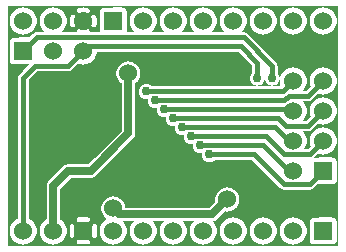
<source format=gbr>
G04 start of page 3 for group 1 idx 1 *
G04 Title: (unknown), Signal (back) *
G04 Creator: pcb 20110918 *
G04 CreationDate: Sun Sep  1 23:50:23 2013 UTC *
G04 For: mokus *
G04 Format: Gerber/RS-274X *
G04 PCB-Dimensions: 110000 80000 *
G04 PCB-Coordinate-Origin: lower left *
%MOIN*%
%FSLAX25Y25*%
%LNBOTTOM*%
%ADD133C,0.0380*%
%ADD132C,0.0350*%
%ADD131C,0.0300*%
%ADD130C,0.0600*%
%ADD129C,0.0150*%
%ADD128C,0.0001*%
%ADD127C,0.0250*%
G54D127*X40000Y37500D02*Y57500D01*
Y37500D02*X27500Y25000D01*
X20000D01*
X15000Y20000D01*
Y5000D02*Y20000D01*
G54D128*G36*
X104993Y80000D02*X110000D01*
Y0D01*
X104993D01*
Y507D01*
X108235Y514D01*
X108465Y569D01*
X108683Y659D01*
X108884Y783D01*
X109064Y936D01*
X109217Y1116D01*
X109341Y1317D01*
X109431Y1535D01*
X109486Y1765D01*
X109500Y2000D01*
X109486Y8235D01*
X109431Y8465D01*
X109341Y8683D01*
X109217Y8884D01*
X109064Y9064D01*
X108884Y9217D01*
X108683Y9341D01*
X108465Y9431D01*
X108235Y9486D01*
X108000Y9500D01*
X104993Y9493D01*
Y20507D01*
X108235Y20514D01*
X108465Y20569D01*
X108683Y20659D01*
X108884Y20783D01*
X109064Y20936D01*
X109217Y21116D01*
X109341Y21317D01*
X109431Y21535D01*
X109486Y21765D01*
X109500Y22000D01*
X109486Y28235D01*
X109431Y28465D01*
X109341Y28683D01*
X109217Y28884D01*
X109064Y29064D01*
X108884Y29217D01*
X108683Y29341D01*
X108465Y29431D01*
X108235Y29486D01*
X108000Y29500D01*
X104993Y29493D01*
Y30487D01*
X105000Y30486D01*
X105706Y30542D01*
X106395Y30707D01*
X107049Y30978D01*
X107653Y31348D01*
X108192Y31808D01*
X108652Y32347D01*
X109022Y32951D01*
X109293Y33605D01*
X109458Y34294D01*
X109500Y35000D01*
X109458Y35706D01*
X109293Y36395D01*
X109022Y37049D01*
X108652Y37653D01*
X108192Y38192D01*
X107653Y38652D01*
X107049Y39022D01*
X106395Y39293D01*
X105706Y39458D01*
X105000Y39514D01*
X104993Y39513D01*
Y40487D01*
X105000Y40486D01*
X105706Y40542D01*
X106395Y40707D01*
X107049Y40978D01*
X107653Y41348D01*
X108192Y41808D01*
X108652Y42347D01*
X109022Y42951D01*
X109293Y43605D01*
X109458Y44294D01*
X109500Y45000D01*
X109458Y45706D01*
X109293Y46395D01*
X109022Y47049D01*
X108652Y47653D01*
X108192Y48192D01*
X107653Y48652D01*
X107049Y49022D01*
X106395Y49293D01*
X105706Y49458D01*
X105000Y49514D01*
X104993Y49513D01*
Y50487D01*
X105000Y50486D01*
X105706Y50542D01*
X106395Y50707D01*
X107049Y50978D01*
X107653Y51348D01*
X108192Y51808D01*
X108652Y52347D01*
X109022Y52951D01*
X109293Y53605D01*
X109458Y54294D01*
X109500Y55000D01*
X109458Y55706D01*
X109293Y56395D01*
X109022Y57049D01*
X108652Y57653D01*
X108192Y58192D01*
X107653Y58652D01*
X107049Y59022D01*
X106395Y59293D01*
X105706Y59458D01*
X105000Y59514D01*
X104993Y59513D01*
Y70487D01*
X105000Y70486D01*
X105706Y70542D01*
X106395Y70707D01*
X107049Y70978D01*
X107653Y71348D01*
X108192Y71808D01*
X108652Y72347D01*
X109022Y72951D01*
X109293Y73605D01*
X109458Y74294D01*
X109500Y75000D01*
X109458Y75706D01*
X109293Y76395D01*
X109022Y77049D01*
X108652Y77653D01*
X108192Y78192D01*
X107653Y78652D01*
X107049Y79022D01*
X106395Y79293D01*
X105706Y79458D01*
X105000Y79514D01*
X104993Y79513D01*
Y80000D01*
G37*
G36*
Y49513D02*X104294Y49458D01*
X103605Y49293D01*
X102951Y49022D01*
X102347Y48652D01*
X101808Y48192D01*
X101348Y47653D01*
X100978Y47049D01*
X100707Y46395D01*
X100542Y45706D01*
X100486Y45000D01*
X100542Y44294D01*
X100707Y43605D01*
X100831Y43306D01*
X99275Y41750D01*
X98124D01*
X98192Y41808D01*
X98652Y42347D01*
X99022Y42951D01*
X99293Y43605D01*
X99458Y44294D01*
X99500Y45000D01*
X99458Y45706D01*
X99293Y46395D01*
X99022Y47049D01*
X98652Y47653D01*
X98192Y48192D01*
X98124Y48250D01*
X99931D01*
X100000Y48245D01*
X100274Y48266D01*
X100275Y48266D01*
X100542Y48331D01*
X100797Y48436D01*
X101032Y48580D01*
X101241Y48759D01*
X101286Y48811D01*
X103306Y50831D01*
X103605Y50707D01*
X104294Y50542D01*
X104993Y50487D01*
Y49513D01*
G37*
G36*
Y39513D02*X104294Y39458D01*
X103605Y39293D01*
X102951Y39022D01*
X102347Y38652D01*
X101808Y38192D01*
X101348Y37653D01*
X100978Y37049D01*
X100707Y36395D01*
X100542Y35706D01*
X100486Y35000D01*
X100542Y34294D01*
X100707Y33605D01*
X100831Y33306D01*
X99775Y32250D01*
X98569D01*
X98652Y32347D01*
X99022Y32951D01*
X99293Y33605D01*
X99458Y34294D01*
X99500Y35000D01*
X99458Y35706D01*
X99293Y36395D01*
X99022Y37049D01*
X98652Y37653D01*
X98192Y38192D01*
X98124Y38250D01*
X99931D01*
X100000Y38245D01*
X100274Y38266D01*
X100275Y38266D01*
X100542Y38331D01*
X100797Y38436D01*
X101032Y38580D01*
X101241Y38759D01*
X101286Y38811D01*
X103306Y40831D01*
X103605Y40707D01*
X104294Y40542D01*
X104993Y40487D01*
Y39513D01*
G37*
G36*
Y29493D02*X101961Y29487D01*
X103306Y30831D01*
X103605Y30707D01*
X104294Y30542D01*
X104993Y30487D01*
Y29493D01*
G37*
G36*
Y0D02*X94993D01*
Y487D01*
X95000Y486D01*
X95706Y542D01*
X96395Y707D01*
X97049Y978D01*
X97653Y1348D01*
X98192Y1808D01*
X98652Y2347D01*
X99022Y2951D01*
X99293Y3605D01*
X99458Y4294D01*
X99500Y5000D01*
X99458Y5706D01*
X99293Y6395D01*
X99022Y7049D01*
X98652Y7653D01*
X98192Y8192D01*
X97653Y8652D01*
X97049Y9022D01*
X96395Y9293D01*
X95706Y9458D01*
X95000Y9514D01*
X94993Y9513D01*
Y18750D01*
X100431D01*
X100500Y18745D01*
X100774Y18766D01*
X100775Y18766D01*
X101042Y18831D01*
X101297Y18936D01*
X101532Y19080D01*
X101741Y19259D01*
X101786Y19311D01*
X102977Y20502D01*
X104993Y20507D01*
Y9493D01*
X101765Y9486D01*
X101535Y9431D01*
X101317Y9341D01*
X101116Y9217D01*
X100936Y9064D01*
X100783Y8884D01*
X100659Y8683D01*
X100569Y8465D01*
X100514Y8235D01*
X100500Y8000D01*
X100514Y1765D01*
X100569Y1535D01*
X100659Y1317D01*
X100783Y1116D01*
X100936Y936D01*
X101116Y783D01*
X101317Y659D01*
X101535Y569D01*
X101765Y514D01*
X102000Y500D01*
X104993Y507D01*
Y0D01*
G37*
G36*
X94993Y80000D02*X104993D01*
Y79513D01*
X104294Y79458D01*
X103605Y79293D01*
X102951Y79022D01*
X102347Y78652D01*
X101808Y78192D01*
X101348Y77653D01*
X100978Y77049D01*
X100707Y76395D01*
X100542Y75706D01*
X100486Y75000D01*
X100542Y74294D01*
X100707Y73605D01*
X100978Y72951D01*
X101348Y72347D01*
X101808Y71808D01*
X102347Y71348D01*
X102951Y70978D01*
X103605Y70707D01*
X104294Y70542D01*
X104993Y70487D01*
Y59513D01*
X104294Y59458D01*
X103605Y59293D01*
X102951Y59022D01*
X102347Y58652D01*
X101808Y58192D01*
X101348Y57653D01*
X100978Y57049D01*
X100707Y56395D01*
X100542Y55706D01*
X100486Y55000D01*
X100542Y54294D01*
X100707Y53605D01*
X100831Y53306D01*
X99275Y51750D01*
X98124D01*
X98192Y51808D01*
X98652Y52347D01*
X99022Y52951D01*
X99293Y53605D01*
X99458Y54294D01*
X99500Y55000D01*
X99458Y55706D01*
X99293Y56395D01*
X99022Y57049D01*
X98652Y57653D01*
X98192Y58192D01*
X97653Y58652D01*
X97049Y59022D01*
X96395Y59293D01*
X95706Y59458D01*
X95000Y59514D01*
X94993Y59513D01*
Y70487D01*
X95000Y70486D01*
X95706Y70542D01*
X96395Y70707D01*
X97049Y70978D01*
X97653Y71348D01*
X98192Y71808D01*
X98652Y72347D01*
X99022Y72951D01*
X99293Y73605D01*
X99458Y74294D01*
X99500Y75000D01*
X99458Y75706D01*
X99293Y76395D01*
X99022Y77049D01*
X98652Y77653D01*
X98192Y78192D01*
X97653Y78652D01*
X97049Y79022D01*
X96395Y79293D01*
X95706Y79458D01*
X95000Y79514D01*
X94993Y79513D01*
Y80000D01*
G37*
G36*
Y0D02*X84993D01*
Y487D01*
X85000Y486D01*
X85706Y542D01*
X86395Y707D01*
X87049Y978D01*
X87653Y1348D01*
X88192Y1808D01*
X88652Y2347D01*
X89022Y2951D01*
X89293Y3605D01*
X89458Y4294D01*
X89500Y5000D01*
X89458Y5706D01*
X89293Y6395D01*
X89022Y7049D01*
X88652Y7653D01*
X88192Y8192D01*
X87653Y8652D01*
X87049Y9022D01*
X86395Y9293D01*
X85706Y9458D01*
X85000Y9514D01*
X84993Y9513D01*
Y25032D01*
X90714Y19311D01*
X90759Y19259D01*
X90968Y19080D01*
X90968Y19080D01*
X91203Y18936D01*
X91458Y18831D01*
X91725Y18766D01*
X92000Y18745D01*
X92069Y18750D01*
X94993D01*
Y9513D01*
X94294Y9458D01*
X93605Y9293D01*
X92951Y9022D01*
X92347Y8652D01*
X91808Y8192D01*
X91348Y7653D01*
X90978Y7049D01*
X90707Y6395D01*
X90542Y5706D01*
X90486Y5000D01*
X90542Y4294D01*
X90707Y3605D01*
X90978Y2951D01*
X91348Y2347D01*
X91808Y1808D01*
X92347Y1348D01*
X92951Y978D01*
X93605Y707D01*
X94294Y542D01*
X94993Y487D01*
Y0D01*
G37*
G36*
X84993Y80000D02*X94993D01*
Y79513D01*
X94294Y79458D01*
X93605Y79293D01*
X92951Y79022D01*
X92347Y78652D01*
X91808Y78192D01*
X91348Y77653D01*
X90978Y77049D01*
X90707Y76395D01*
X90542Y75706D01*
X90486Y75000D01*
X90542Y74294D01*
X90707Y73605D01*
X90978Y72951D01*
X91348Y72347D01*
X91808Y71808D01*
X92347Y71348D01*
X92951Y70978D01*
X93605Y70707D01*
X94294Y70542D01*
X94993Y70487D01*
Y59513D01*
X94294Y59458D01*
X93605Y59293D01*
X92951Y59022D01*
X92347Y58652D01*
X91808Y58192D01*
X91348Y57653D01*
X90978Y57049D01*
X90707Y56395D01*
X90542Y55706D01*
X90486Y55000D01*
X90542Y54294D01*
X90707Y53605D01*
X90831Y53306D01*
X90775Y53250D01*
X84993D01*
Y54484D01*
X85029Y54526D01*
X85234Y54862D01*
X85385Y55225D01*
X85477Y55608D01*
X85497Y55944D01*
X85523Y55608D01*
X85615Y55225D01*
X85766Y54862D01*
X85971Y54526D01*
X86227Y54227D01*
X86526Y53971D01*
X86862Y53766D01*
X87225Y53615D01*
X87608Y53523D01*
X88000Y53492D01*
X88392Y53523D01*
X88775Y53615D01*
X89138Y53766D01*
X89474Y53971D01*
X89773Y54227D01*
X90029Y54526D01*
X90234Y54862D01*
X90385Y55225D01*
X90477Y55608D01*
X90500Y56000D01*
X90477Y56392D01*
X90385Y56775D01*
X90234Y57138D01*
X90029Y57474D01*
X89773Y57773D01*
X89750Y57793D01*
Y59931D01*
X89755Y60000D01*
X89734Y60274D01*
X89734Y60275D01*
X89669Y60542D01*
X89564Y60797D01*
X89420Y61032D01*
X89241Y61241D01*
X89189Y61286D01*
X84993Y65482D01*
Y70487D01*
X85000Y70486D01*
X85706Y70542D01*
X86395Y70707D01*
X87049Y70978D01*
X87653Y71348D01*
X88192Y71808D01*
X88652Y72347D01*
X89022Y72951D01*
X89293Y73605D01*
X89458Y74294D01*
X89500Y75000D01*
X89458Y75706D01*
X89293Y76395D01*
X89022Y77049D01*
X88652Y77653D01*
X88192Y78192D01*
X87653Y78652D01*
X87049Y79022D01*
X86395Y79293D01*
X85706Y79458D01*
X85000Y79514D01*
X84993Y79513D01*
Y80000D01*
G37*
G36*
Y53250D02*X47793D01*
X47773Y53273D01*
X47474Y53529D01*
X47138Y53734D01*
X46775Y53885D01*
X46392Y53977D01*
X46000Y54008D01*
X45608Y53977D01*
X45493Y53949D01*
Y64750D01*
X76775D01*
X81250Y60275D01*
Y57793D01*
X81227Y57773D01*
X80971Y57474D01*
X80766Y57138D01*
X80615Y56775D01*
X80523Y56392D01*
X80492Y56000D01*
X80523Y55608D01*
X80615Y55225D01*
X80766Y54862D01*
X80971Y54526D01*
X81227Y54227D01*
X81526Y53971D01*
X81862Y53766D01*
X82225Y53615D01*
X82608Y53523D01*
X83000Y53492D01*
X83392Y53523D01*
X83775Y53615D01*
X84138Y53766D01*
X84474Y53971D01*
X84773Y54227D01*
X84993Y54484D01*
Y53250D01*
G37*
G36*
Y0D02*X74993D01*
Y487D01*
X75000Y486D01*
X75706Y542D01*
X76395Y707D01*
X77049Y978D01*
X77653Y1348D01*
X78192Y1808D01*
X78652Y2347D01*
X79022Y2951D01*
X79293Y3605D01*
X79458Y4294D01*
X79500Y5000D01*
X79458Y5706D01*
X79293Y6395D01*
X79022Y7049D01*
X78652Y7653D01*
X78192Y8192D01*
X77653Y8652D01*
X77049Y9022D01*
X76395Y9293D01*
X75706Y9458D01*
X75000Y9514D01*
X74993Y9513D01*
Y12030D01*
X75358Y12254D01*
X75837Y12663D01*
X76246Y13142D01*
X76575Y13678D01*
X76816Y14260D01*
X76963Y14872D01*
X77000Y15500D01*
X76963Y16128D01*
X76816Y16740D01*
X76575Y17322D01*
X76246Y17858D01*
X75837Y18337D01*
X75358Y18746D01*
X74993Y18970D01*
Y28750D01*
X81275D01*
X84993Y25032D01*
Y9513D01*
X84294Y9458D01*
X83605Y9293D01*
X82951Y9022D01*
X82347Y8652D01*
X81808Y8192D01*
X81348Y7653D01*
X80978Y7049D01*
X80707Y6395D01*
X80542Y5706D01*
X80486Y5000D01*
X80542Y4294D01*
X80707Y3605D01*
X80978Y2951D01*
X81348Y2347D01*
X81808Y1808D01*
X82347Y1348D01*
X82951Y978D01*
X83605Y707D01*
X84294Y542D01*
X84993Y487D01*
Y0D01*
G37*
G36*
X74993Y18970D02*X74822Y19075D01*
X74240Y19316D01*
X73628Y19463D01*
X73000Y19512D01*
X72372Y19463D01*
X71760Y19316D01*
X71178Y19075D01*
X70642Y18746D01*
X70163Y18337D01*
X69754Y17858D01*
X69425Y17322D01*
X69184Y16740D01*
X69037Y16128D01*
X68988Y15500D01*
X69037Y14872D01*
X69067Y14749D01*
X67068Y12750D01*
X45493D01*
Y49051D01*
X45608Y49023D01*
X46000Y48992D01*
X46392Y49023D01*
X46565Y49065D01*
X46523Y48892D01*
X46492Y48500D01*
X46523Y48108D01*
X46615Y47725D01*
X46766Y47362D01*
X46971Y47026D01*
X47227Y46727D01*
X47526Y46471D01*
X47862Y46266D01*
X48225Y46115D01*
X48608Y46023D01*
X49000Y45992D01*
X49392Y46023D01*
X49565Y46065D01*
X49523Y45892D01*
X49492Y45500D01*
X49523Y45108D01*
X49615Y44725D01*
X49766Y44362D01*
X49971Y44026D01*
X50227Y43727D01*
X50526Y43471D01*
X50862Y43266D01*
X51225Y43115D01*
X51608Y43023D01*
X52000Y42992D01*
X52392Y43023D01*
X52565Y43065D01*
X52523Y42892D01*
X52492Y42500D01*
X52523Y42108D01*
X52615Y41725D01*
X52766Y41362D01*
X52971Y41026D01*
X53227Y40727D01*
X53526Y40471D01*
X53862Y40266D01*
X54225Y40115D01*
X54608Y40023D01*
X55000Y39992D01*
X55392Y40023D01*
X55565Y40065D01*
X55523Y39892D01*
X55492Y39500D01*
X55523Y39108D01*
X55615Y38725D01*
X55766Y38362D01*
X55971Y38026D01*
X56227Y37727D01*
X56526Y37471D01*
X56862Y37266D01*
X57225Y37115D01*
X57608Y37023D01*
X58000Y36992D01*
X58392Y37023D01*
X58565Y37065D01*
X58523Y36892D01*
X58492Y36500D01*
X58523Y36108D01*
X58615Y35725D01*
X58766Y35362D01*
X58971Y35026D01*
X59227Y34727D01*
X59526Y34471D01*
X59862Y34266D01*
X60225Y34115D01*
X60608Y34023D01*
X61000Y33992D01*
X61392Y34023D01*
X61565Y34065D01*
X61523Y33892D01*
X61492Y33500D01*
X61523Y33108D01*
X61615Y32725D01*
X61766Y32362D01*
X61971Y32026D01*
X62227Y31727D01*
X62526Y31471D01*
X62862Y31266D01*
X63225Y31115D01*
X63608Y31023D01*
X64000Y30992D01*
X64392Y31023D01*
X64565Y31065D01*
X64523Y30892D01*
X64492Y30500D01*
X64523Y30108D01*
X64615Y29725D01*
X64766Y29362D01*
X64971Y29026D01*
X65227Y28727D01*
X65526Y28471D01*
X65862Y28266D01*
X66225Y28115D01*
X66608Y28023D01*
X67000Y27992D01*
X67392Y28023D01*
X67775Y28115D01*
X68138Y28266D01*
X68474Y28471D01*
X68773Y28727D01*
X68793Y28750D01*
X74993D01*
Y18970D01*
G37*
G36*
Y0D02*X45493D01*
Y525D01*
X45706Y542D01*
X46395Y707D01*
X47049Y978D01*
X47653Y1348D01*
X48192Y1808D01*
X48652Y2347D01*
X49022Y2951D01*
X49293Y3605D01*
X49458Y4294D01*
X49500Y5000D01*
X49458Y5706D01*
X49293Y6395D01*
X49022Y7049D01*
X48652Y7653D01*
X48192Y8192D01*
X48124Y8250D01*
X51876D01*
X51808Y8192D01*
X51348Y7653D01*
X50978Y7049D01*
X50707Y6395D01*
X50542Y5706D01*
X50486Y5000D01*
X50542Y4294D01*
X50707Y3605D01*
X50978Y2951D01*
X51348Y2347D01*
X51808Y1808D01*
X52347Y1348D01*
X52951Y978D01*
X53605Y707D01*
X54294Y542D01*
X55000Y486D01*
X55706Y542D01*
X56395Y707D01*
X57049Y978D01*
X57653Y1348D01*
X58192Y1808D01*
X58652Y2347D01*
X59022Y2951D01*
X59293Y3605D01*
X59458Y4294D01*
X59500Y5000D01*
X59458Y5706D01*
X59293Y6395D01*
X59022Y7049D01*
X58652Y7653D01*
X58192Y8192D01*
X58124Y8250D01*
X61876D01*
X61808Y8192D01*
X61348Y7653D01*
X60978Y7049D01*
X60707Y6395D01*
X60542Y5706D01*
X60486Y5000D01*
X60542Y4294D01*
X60707Y3605D01*
X60978Y2951D01*
X61348Y2347D01*
X61808Y1808D01*
X62347Y1348D01*
X62951Y978D01*
X63605Y707D01*
X64294Y542D01*
X65000Y486D01*
X65706Y542D01*
X66395Y707D01*
X67049Y978D01*
X67653Y1348D01*
X68192Y1808D01*
X68652Y2347D01*
X69022Y2951D01*
X69293Y3605D01*
X69458Y4294D01*
X69500Y5000D01*
X69458Y5706D01*
X69293Y6395D01*
X69022Y7049D01*
X68652Y7653D01*
X68192Y8192D01*
X68121Y8253D01*
X68353Y8271D01*
X68353Y8271D01*
X68697Y8354D01*
X69025Y8489D01*
X69327Y8674D01*
X69596Y8904D01*
X69653Y8971D01*
X72249Y11567D01*
X72372Y11537D01*
X73000Y11488D01*
X73628Y11537D01*
X74240Y11684D01*
X74822Y11925D01*
X74993Y12030D01*
Y9513D01*
X74294Y9458D01*
X73605Y9293D01*
X72951Y9022D01*
X72347Y8652D01*
X71808Y8192D01*
X71348Y7653D01*
X70978Y7049D01*
X70707Y6395D01*
X70542Y5706D01*
X70486Y5000D01*
X70542Y4294D01*
X70707Y3605D01*
X70978Y2951D01*
X71348Y2347D01*
X71808Y1808D01*
X72347Y1348D01*
X72951Y978D01*
X73605Y707D01*
X74294Y542D01*
X74993Y487D01*
Y0D01*
G37*
G36*
X45493Y80000D02*X84993D01*
Y79513D01*
X84294Y79458D01*
X83605Y79293D01*
X82951Y79022D01*
X82347Y78652D01*
X81808Y78192D01*
X81348Y77653D01*
X80978Y77049D01*
X80707Y76395D01*
X80542Y75706D01*
X80486Y75000D01*
X80542Y74294D01*
X80707Y73605D01*
X80978Y72951D01*
X81348Y72347D01*
X81808Y71808D01*
X82347Y71348D01*
X82951Y70978D01*
X83605Y70707D01*
X84294Y70542D01*
X84993Y70487D01*
Y65482D01*
X79786Y70689D01*
X79741Y70741D01*
X79532Y70920D01*
X79297Y71064D01*
X79042Y71169D01*
X78775Y71234D01*
X78774Y71234D01*
X78500Y71255D01*
X78431Y71250D01*
X77493D01*
X77653Y71348D01*
X78192Y71808D01*
X78652Y72347D01*
X79022Y72951D01*
X79293Y73605D01*
X79458Y74294D01*
X79500Y75000D01*
X79458Y75706D01*
X79293Y76395D01*
X79022Y77049D01*
X78652Y77653D01*
X78192Y78192D01*
X77653Y78652D01*
X77049Y79022D01*
X76395Y79293D01*
X75706Y79458D01*
X75000Y79514D01*
X74294Y79458D01*
X73605Y79293D01*
X72951Y79022D01*
X72347Y78652D01*
X71808Y78192D01*
X71348Y77653D01*
X70978Y77049D01*
X70707Y76395D01*
X70542Y75706D01*
X70486Y75000D01*
X70542Y74294D01*
X70707Y73605D01*
X70978Y72951D01*
X71348Y72347D01*
X71808Y71808D01*
X72347Y71348D01*
X72507Y71250D01*
X67493D01*
X67653Y71348D01*
X68192Y71808D01*
X68652Y72347D01*
X69022Y72951D01*
X69293Y73605D01*
X69458Y74294D01*
X69500Y75000D01*
X69458Y75706D01*
X69293Y76395D01*
X69022Y77049D01*
X68652Y77653D01*
X68192Y78192D01*
X67653Y78652D01*
X67049Y79022D01*
X66395Y79293D01*
X65706Y79458D01*
X65000Y79514D01*
X64294Y79458D01*
X63605Y79293D01*
X62951Y79022D01*
X62347Y78652D01*
X61808Y78192D01*
X61348Y77653D01*
X60978Y77049D01*
X60707Y76395D01*
X60542Y75706D01*
X60486Y75000D01*
X60542Y74294D01*
X60707Y73605D01*
X60978Y72951D01*
X61348Y72347D01*
X61808Y71808D01*
X62347Y71348D01*
X62507Y71250D01*
X57493D01*
X57653Y71348D01*
X58192Y71808D01*
X58652Y72347D01*
X59022Y72951D01*
X59293Y73605D01*
X59458Y74294D01*
X59500Y75000D01*
X59458Y75706D01*
X59293Y76395D01*
X59022Y77049D01*
X58652Y77653D01*
X58192Y78192D01*
X57653Y78652D01*
X57049Y79022D01*
X56395Y79293D01*
X55706Y79458D01*
X55000Y79514D01*
X54294Y79458D01*
X53605Y79293D01*
X52951Y79022D01*
X52347Y78652D01*
X51808Y78192D01*
X51348Y77653D01*
X50978Y77049D01*
X50707Y76395D01*
X50542Y75706D01*
X50486Y75000D01*
X50542Y74294D01*
X50707Y73605D01*
X50978Y72951D01*
X51348Y72347D01*
X51808Y71808D01*
X52347Y71348D01*
X52507Y71250D01*
X47493D01*
X47653Y71348D01*
X48192Y71808D01*
X48652Y72347D01*
X49022Y72951D01*
X49293Y73605D01*
X49458Y74294D01*
X49500Y75000D01*
X49458Y75706D01*
X49293Y76395D01*
X49022Y77049D01*
X48652Y77653D01*
X48192Y78192D01*
X47653Y78652D01*
X47049Y79022D01*
X46395Y79293D01*
X45706Y79458D01*
X45493Y79475D01*
Y80000D01*
G37*
G36*
X28750Y62507D02*X29022Y62951D01*
X29293Y63605D01*
X29458Y64294D01*
X29485Y64750D01*
X43000D01*
X43000Y64750D01*
X45493D01*
Y53949D01*
X45225Y53885D01*
X44862Y53734D01*
X44526Y53529D01*
X44227Y53273D01*
X43971Y52974D01*
X43766Y52638D01*
X43615Y52275D01*
X43523Y51892D01*
X43492Y51500D01*
X43523Y51108D01*
X43615Y50725D01*
X43766Y50362D01*
X43971Y50026D01*
X44227Y49727D01*
X44526Y49471D01*
X44862Y49266D01*
X45225Y49115D01*
X45493Y49051D01*
Y12750D01*
X38985D01*
X38963Y13128D01*
X38816Y13740D01*
X38575Y14322D01*
X38246Y14858D01*
X37837Y15337D01*
X37358Y15746D01*
X36822Y16075D01*
X36240Y16316D01*
X35628Y16463D01*
X35000Y16512D01*
X34372Y16463D01*
X33760Y16316D01*
X33178Y16075D01*
X32642Y15746D01*
X32163Y15337D01*
X31754Y14858D01*
X31425Y14322D01*
X31184Y13740D01*
X31037Y13128D01*
X30988Y12500D01*
X31037Y11872D01*
X31184Y11260D01*
X31425Y10678D01*
X31754Y10142D01*
X32163Y9663D01*
X32642Y9254D01*
X32992Y9039D01*
X32951Y9022D01*
X32347Y8652D01*
X31808Y8192D01*
X31348Y7653D01*
X30978Y7049D01*
X30707Y6395D01*
X30542Y5706D01*
X30486Y5000D01*
X30542Y4294D01*
X30707Y3605D01*
X30978Y2951D01*
X31348Y2347D01*
X31808Y1808D01*
X32347Y1348D01*
X32951Y978D01*
X33605Y707D01*
X34294Y542D01*
X35000Y486D01*
X35706Y542D01*
X36395Y707D01*
X37049Y978D01*
X37653Y1348D01*
X38192Y1808D01*
X38652Y2347D01*
X39022Y2951D01*
X39293Y3605D01*
X39458Y4294D01*
X39500Y5000D01*
X39458Y5706D01*
X39293Y6395D01*
X39022Y7049D01*
X38652Y7653D01*
X38192Y8192D01*
X38124Y8250D01*
X41876D01*
X41808Y8192D01*
X41348Y7653D01*
X40978Y7049D01*
X40707Y6395D01*
X40542Y5706D01*
X40486Y5000D01*
X40542Y4294D01*
X40707Y3605D01*
X40978Y2951D01*
X41348Y2347D01*
X41808Y1808D01*
X42347Y1348D01*
X42951Y978D01*
X43605Y707D01*
X44294Y542D01*
X45000Y486D01*
X45493Y525D01*
Y0D01*
X28750D01*
Y2748D01*
X28868Y2757D01*
X28982Y2785D01*
X29092Y2830D01*
X29192Y2891D01*
X29282Y2968D01*
X29359Y3058D01*
X29420Y3158D01*
X29465Y3268D01*
X29493Y3382D01*
X29500Y3500D01*
Y6500D01*
X29493Y6618D01*
X29465Y6732D01*
X29420Y6842D01*
X29359Y6942D01*
X29282Y7032D01*
X29192Y7109D01*
X29092Y7170D01*
X28982Y7215D01*
X28868Y7243D01*
X28750Y7252D01*
Y23127D01*
X28827Y23174D01*
X29096Y23404D01*
X29153Y23471D01*
X41529Y35847D01*
X41596Y35904D01*
X41826Y36173D01*
X41826Y36173D01*
X42011Y36475D01*
X42146Y36803D01*
X42229Y37147D01*
X42257Y37500D01*
X42250Y37588D01*
Y54188D01*
X42358Y54254D01*
X42837Y54663D01*
X43246Y55142D01*
X43575Y55678D01*
X43816Y56260D01*
X43963Y56872D01*
X44000Y57500D01*
X43963Y58128D01*
X43816Y58740D01*
X43575Y59322D01*
X43246Y59858D01*
X42837Y60337D01*
X42358Y60746D01*
X41822Y61075D01*
X41240Y61316D01*
X40628Y61463D01*
X40000Y61512D01*
X39372Y61463D01*
X38760Y61316D01*
X38178Y61075D01*
X37642Y60746D01*
X37163Y60337D01*
X36754Y59858D01*
X36425Y59322D01*
X36184Y58740D01*
X36037Y58128D01*
X35988Y57500D01*
X36037Y56872D01*
X36184Y56260D01*
X36425Y55678D01*
X36754Y55142D01*
X37163Y54663D01*
X37642Y54254D01*
X37750Y54188D01*
Y38432D01*
X28750Y29432D01*
Y62507D01*
G37*
G36*
Y0D02*X27243D01*
Y1132D01*
X27252Y1250D01*
X27243Y1368D01*
Y8632D01*
X27252Y8750D01*
X27243Y8868D01*
Y22750D01*
X27412D01*
X27500Y22743D01*
X27853Y22771D01*
X27853Y22771D01*
X28197Y22854D01*
X28525Y22989D01*
X28750Y23127D01*
Y7252D01*
X28632Y7243D01*
X28518Y7215D01*
X28408Y7170D01*
X28308Y7109D01*
X28218Y7032D01*
X28141Y6942D01*
X28080Y6842D01*
X28035Y6732D01*
X28007Y6618D01*
X28000Y6500D01*
Y3500D01*
X28007Y3382D01*
X28035Y3268D01*
X28080Y3158D01*
X28141Y3058D01*
X28218Y2968D01*
X28308Y2891D01*
X28408Y2830D01*
X28518Y2785D01*
X28632Y2757D01*
X28750Y2748D01*
Y0D01*
G37*
G36*
X27243Y61097D02*X27653Y61348D01*
X28192Y61808D01*
X28652Y62347D01*
X28750Y62507D01*
Y29432D01*
X27243Y27925D01*
Y61097D01*
G37*
G36*
X28613Y80000D02*X45493D01*
Y79475D01*
X45000Y79514D01*
X44294Y79458D01*
X43605Y79293D01*
X42951Y79022D01*
X42347Y78652D01*
X41808Y78192D01*
X41348Y77653D01*
X40978Y77049D01*
X40707Y76395D01*
X40542Y75706D01*
X40486Y75000D01*
X40542Y74294D01*
X40707Y73605D01*
X40978Y72951D01*
X41348Y72347D01*
X41808Y71808D01*
X42347Y71348D01*
X42507Y71250D01*
X39300D01*
X39341Y71317D01*
X39431Y71535D01*
X39486Y71765D01*
X39500Y72000D01*
X39486Y78235D01*
X39431Y78465D01*
X39341Y78683D01*
X39217Y78884D01*
X39064Y79064D01*
X38884Y79217D01*
X38683Y79341D01*
X38465Y79431D01*
X38235Y79486D01*
X38000Y79500D01*
X31765Y79486D01*
X31535Y79431D01*
X31317Y79341D01*
X31116Y79217D01*
X30936Y79064D01*
X30783Y78884D01*
X30659Y78683D01*
X30569Y78465D01*
X30514Y78235D01*
X30500Y78000D01*
X30514Y71765D01*
X30569Y71535D01*
X30659Y71317D01*
X30700Y71250D01*
X28613D01*
Y72853D01*
X28656Y72860D01*
X28768Y72897D01*
X28873Y72952D01*
X28968Y73022D01*
X29051Y73106D01*
X29119Y73202D01*
X29170Y73308D01*
X29318Y73716D01*
X29422Y74137D01*
X29484Y74567D01*
X29505Y75000D01*
X29484Y75433D01*
X29422Y75863D01*
X29318Y76284D01*
X29175Y76694D01*
X29122Y76800D01*
X29053Y76896D01*
X28970Y76981D01*
X28875Y77051D01*
X28769Y77106D01*
X28657Y77143D01*
X28613Y77151D01*
Y80000D01*
G37*
G36*
X27243D02*X28613D01*
Y77151D01*
X28540Y77163D01*
X28421Y77164D01*
X28304Y77146D01*
X28191Y77110D01*
X28085Y77057D01*
X27988Y76988D01*
X27904Y76905D01*
X27833Y76809D01*
X27779Y76704D01*
X27741Y76592D01*
X27722Y76475D01*
X27721Y76356D01*
X27739Y76239D01*
X27777Y76126D01*
X27876Y75855D01*
X27944Y75575D01*
X27986Y75289D01*
X28000Y75000D01*
X27986Y74711D01*
X27944Y74425D01*
X27876Y74145D01*
X27780Y73872D01*
X27742Y73761D01*
X27725Y73644D01*
X27725Y73526D01*
X27745Y73409D01*
X27782Y73297D01*
X27836Y73193D01*
X27906Y73098D01*
X27991Y73015D01*
X28087Y72946D01*
X28192Y72893D01*
X28305Y72857D01*
X28421Y72840D01*
X28539Y72841D01*
X28613Y72853D01*
Y71250D01*
X27243D01*
Y80000D01*
G37*
G36*
X21250Y22750D02*X27243D01*
Y8868D01*
X27243Y8868D01*
X27215Y8982D01*
X27170Y9092D01*
X27109Y9192D01*
X27032Y9282D01*
X26942Y9359D01*
X26842Y9420D01*
X26732Y9465D01*
X26618Y9493D01*
X26500Y9500D01*
X23500D01*
X23382Y9493D01*
X23268Y9465D01*
X23158Y9420D01*
X23058Y9359D01*
X22968Y9282D01*
X22891Y9192D01*
X22830Y9092D01*
X22785Y8982D01*
X22757Y8868D01*
X22748Y8750D01*
X22757Y8632D01*
X22785Y8518D01*
X22830Y8408D01*
X22891Y8308D01*
X22968Y8218D01*
X23058Y8141D01*
X23158Y8080D01*
X23268Y8035D01*
X23382Y8007D01*
X23500Y8000D01*
X26500D01*
X26618Y8007D01*
X26732Y8035D01*
X26842Y8080D01*
X26942Y8141D01*
X27032Y8218D01*
X27109Y8308D01*
X27170Y8408D01*
X27215Y8518D01*
X27243Y8632D01*
X27243Y8632D01*
Y1368D01*
X27243Y1368D01*
X27215Y1482D01*
X27170Y1592D01*
X27109Y1692D01*
X27032Y1782D01*
X26942Y1859D01*
X26842Y1920D01*
X26732Y1965D01*
X26618Y1993D01*
X26500Y2000D01*
X23500D01*
X23382Y1993D01*
X23268Y1965D01*
X23158Y1920D01*
X23058Y1859D01*
X22968Y1782D01*
X22891Y1692D01*
X22830Y1592D01*
X22785Y1482D01*
X22757Y1368D01*
X22748Y1250D01*
X22757Y1132D01*
X22785Y1018D01*
X22830Y908D01*
X22891Y808D01*
X22968Y718D01*
X23058Y641D01*
X23158Y580D01*
X23268Y535D01*
X23382Y507D01*
X23500Y500D01*
X26500D01*
X26618Y507D01*
X26732Y535D01*
X26842Y580D01*
X26942Y641D01*
X27032Y718D01*
X27109Y808D01*
X27170Y908D01*
X27215Y1018D01*
X27243Y1132D01*
X27243Y1132D01*
Y0D01*
X21250D01*
Y2748D01*
X21368Y2757D01*
X21482Y2785D01*
X21592Y2830D01*
X21692Y2891D01*
X21782Y2968D01*
X21859Y3058D01*
X21920Y3158D01*
X21965Y3268D01*
X21993Y3382D01*
X22000Y3500D01*
Y6500D01*
X21993Y6618D01*
X21965Y6732D01*
X21920Y6842D01*
X21859Y6942D01*
X21782Y7032D01*
X21692Y7109D01*
X21592Y7170D01*
X21482Y7215D01*
X21368Y7243D01*
X21250Y7252D01*
Y22750D01*
G37*
G36*
Y58769D02*X21286Y58811D01*
X23306Y60831D01*
X23605Y60707D01*
X24294Y60542D01*
X25000Y60486D01*
X25706Y60542D01*
X26395Y60707D01*
X27049Y60978D01*
X27243Y61097D01*
Y27925D01*
X26568Y27250D01*
X21250D01*
Y58769D01*
G37*
G36*
X24998Y80000D02*X27243D01*
Y71250D01*
X27112D01*
X27143Y71343D01*
X27163Y71460D01*
X27164Y71579D01*
X27146Y71696D01*
X27110Y71809D01*
X27057Y71915D01*
X26988Y72012D01*
X26905Y72096D01*
X26809Y72167D01*
X26704Y72221D01*
X26592Y72259D01*
X26475Y72278D01*
X26356Y72279D01*
X26239Y72261D01*
X26126Y72223D01*
X25855Y72124D01*
X25575Y72056D01*
X25289Y72014D01*
X25000Y72000D01*
X24998Y72000D01*
Y78000D01*
X25000Y78000D01*
X25289Y77986D01*
X25575Y77944D01*
X25855Y77876D01*
X26128Y77780D01*
X26239Y77742D01*
X26356Y77725D01*
X26474Y77725D01*
X26591Y77745D01*
X26703Y77782D01*
X26807Y77836D01*
X26902Y77906D01*
X26985Y77991D01*
X27054Y78087D01*
X27107Y78192D01*
X27143Y78305D01*
X27160Y78421D01*
X27159Y78539D01*
X27140Y78656D01*
X27103Y78768D01*
X27048Y78873D01*
X26978Y78968D01*
X26894Y79051D01*
X26798Y79119D01*
X26692Y79170D01*
X26284Y79318D01*
X25863Y79422D01*
X25433Y79484D01*
X25000Y79505D01*
X24998Y79505D01*
Y80000D01*
G37*
G36*
X21250D02*X24998D01*
Y79505D01*
X24567Y79484D01*
X24137Y79422D01*
X23716Y79318D01*
X23306Y79175D01*
X23200Y79122D01*
X23104Y79053D01*
X23019Y78970D01*
X22949Y78875D01*
X22894Y78769D01*
X22857Y78657D01*
X22837Y78540D01*
X22836Y78421D01*
X22854Y78304D01*
X22890Y78191D01*
X22943Y78085D01*
X23012Y77988D01*
X23095Y77904D01*
X23191Y77833D01*
X23296Y77779D01*
X23408Y77741D01*
X23525Y77722D01*
X23644Y77721D01*
X23761Y77739D01*
X23874Y77777D01*
X24145Y77876D01*
X24425Y77944D01*
X24711Y77986D01*
X24998Y78000D01*
Y72000D01*
X24711Y72014D01*
X24425Y72056D01*
X24145Y72124D01*
X23872Y72220D01*
X23761Y72258D01*
X23644Y72275D01*
X23526Y72275D01*
X23409Y72255D01*
X23297Y72218D01*
X23193Y72164D01*
X23098Y72094D01*
X23015Y72009D01*
X22946Y71913D01*
X22893Y71808D01*
X22857Y71695D01*
X22840Y71579D01*
X22841Y71461D01*
X22860Y71344D01*
X22891Y71250D01*
X21250D01*
Y72888D01*
X21343Y72857D01*
X21460Y72837D01*
X21579Y72836D01*
X21696Y72854D01*
X21809Y72890D01*
X21915Y72943D01*
X22012Y73012D01*
X22096Y73095D01*
X22167Y73191D01*
X22221Y73296D01*
X22259Y73408D01*
X22278Y73525D01*
X22279Y73644D01*
X22261Y73761D01*
X22223Y73874D01*
X22124Y74145D01*
X22056Y74425D01*
X22014Y74711D01*
X22000Y75000D01*
X22014Y75289D01*
X22056Y75575D01*
X22124Y75855D01*
X22220Y76128D01*
X22258Y76239D01*
X22275Y76356D01*
X22275Y76474D01*
X22255Y76591D01*
X22218Y76703D01*
X22164Y76807D01*
X22094Y76902D01*
X22009Y76985D01*
X21913Y77054D01*
X21808Y77107D01*
X21695Y77143D01*
X21579Y77160D01*
X21461Y77159D01*
X21344Y77140D01*
X21250Y77109D01*
Y80000D01*
G37*
G36*
X4993Y487D02*X5000Y486D01*
X5706Y542D01*
X6395Y707D01*
X7049Y978D01*
X7653Y1348D01*
X8192Y1808D01*
X8652Y2347D01*
X9022Y2951D01*
X9293Y3605D01*
X9458Y4294D01*
X9500Y5000D01*
X9458Y5706D01*
X9293Y6395D01*
X9022Y7049D01*
X8652Y7653D01*
X8192Y8192D01*
X7653Y8652D01*
X7049Y9022D01*
X6750Y9146D01*
Y55275D01*
X9725Y58250D01*
X19931D01*
X20000Y58245D01*
X20274Y58266D01*
X20275Y58266D01*
X20542Y58331D01*
X20797Y58436D01*
X21032Y58580D01*
X21241Y58759D01*
X21250Y58769D01*
Y27250D01*
X20088D01*
X20000Y27257D01*
X19647Y27229D01*
X19303Y27146D01*
X18975Y27011D01*
X18673Y26826D01*
X18673Y26826D01*
X18673Y26826D01*
X18673Y26826D01*
X18404Y26596D01*
X18347Y26529D01*
X13471Y21653D01*
X13404Y21596D01*
X13174Y21327D01*
X12989Y21025D01*
X12854Y20697D01*
X12771Y20353D01*
X12771Y20353D01*
X12743Y20000D01*
X12750Y19912D01*
Y8899D01*
X12347Y8652D01*
X11808Y8192D01*
X11348Y7653D01*
X10978Y7049D01*
X10707Y6395D01*
X10542Y5706D01*
X10486Y5000D01*
X10542Y4294D01*
X10707Y3605D01*
X10978Y2951D01*
X11348Y2347D01*
X11808Y1808D01*
X12347Y1348D01*
X12951Y978D01*
X13605Y707D01*
X14294Y542D01*
X15000Y486D01*
X15706Y542D01*
X16395Y707D01*
X17049Y978D01*
X17653Y1348D01*
X18192Y1808D01*
X18652Y2347D01*
X19022Y2951D01*
X19293Y3605D01*
X19458Y4294D01*
X19500Y5000D01*
X19458Y5706D01*
X19293Y6395D01*
X19022Y7049D01*
X18652Y7653D01*
X18192Y8192D01*
X17653Y8652D01*
X17250Y8899D01*
Y19068D01*
X20932Y22750D01*
X21250D01*
Y7252D01*
X21132Y7243D01*
X21018Y7215D01*
X20908Y7170D01*
X20808Y7109D01*
X20718Y7032D01*
X20641Y6942D01*
X20580Y6842D01*
X20535Y6732D01*
X20507Y6618D01*
X20500Y6500D01*
Y3500D01*
X20507Y3382D01*
X20535Y3268D01*
X20580Y3158D01*
X20641Y3058D01*
X20718Y2968D01*
X20808Y2891D01*
X20908Y2830D01*
X21018Y2785D01*
X21132Y2757D01*
X21250Y2748D01*
Y0D01*
X4993D01*
Y487D01*
G37*
G36*
Y60507D02*X7036Y60511D01*
X4993Y58468D01*
Y60507D01*
G37*
G36*
Y80000D02*X21250D01*
Y77109D01*
X21232Y77103D01*
X21127Y77048D01*
X21032Y76978D01*
X20949Y76894D01*
X20881Y76798D01*
X20830Y76692D01*
X20682Y76284D01*
X20578Y75863D01*
X20516Y75433D01*
X20495Y75000D01*
X20516Y74567D01*
X20578Y74137D01*
X20682Y73716D01*
X20825Y73306D01*
X20878Y73200D01*
X20947Y73104D01*
X21030Y73019D01*
X21125Y72949D01*
X21231Y72894D01*
X21250Y72888D01*
Y71250D01*
X17493D01*
X17653Y71348D01*
X18192Y71808D01*
X18652Y72347D01*
X19022Y72951D01*
X19293Y73605D01*
X19458Y74294D01*
X19500Y75000D01*
X19458Y75706D01*
X19293Y76395D01*
X19022Y77049D01*
X18652Y77653D01*
X18192Y78192D01*
X17653Y78652D01*
X17049Y79022D01*
X16395Y79293D01*
X15706Y79458D01*
X15000Y79514D01*
X14294Y79458D01*
X13605Y79293D01*
X12951Y79022D01*
X12347Y78652D01*
X11808Y78192D01*
X11348Y77653D01*
X10978Y77049D01*
X10707Y76395D01*
X10542Y75706D01*
X10486Y75000D01*
X10542Y74294D01*
X10707Y73605D01*
X10978Y72951D01*
X11348Y72347D01*
X11808Y71808D01*
X12347Y71348D01*
X12507Y71250D01*
X9569D01*
X9500Y71255D01*
X9225Y71234D01*
X8958Y71169D01*
X8703Y71064D01*
X8468Y70920D01*
X8468Y70920D01*
X8259Y70741D01*
X8214Y70689D01*
X7023Y69498D01*
X4993Y69493D01*
Y70487D01*
X5000Y70486D01*
X5706Y70542D01*
X6395Y70707D01*
X7049Y70978D01*
X7653Y71348D01*
X8192Y71808D01*
X8652Y72347D01*
X9022Y72951D01*
X9293Y73605D01*
X9458Y74294D01*
X9500Y75000D01*
X9458Y75706D01*
X9293Y76395D01*
X9022Y77049D01*
X8652Y77653D01*
X8192Y78192D01*
X7653Y78652D01*
X7049Y79022D01*
X6395Y79293D01*
X5706Y79458D01*
X5000Y79514D01*
X4993Y79513D01*
Y80000D01*
G37*
G36*
X0Y0D02*Y80000D01*
X4993D01*
Y79513D01*
X4294Y79458D01*
X3605Y79293D01*
X2951Y79022D01*
X2347Y78652D01*
X1808Y78192D01*
X1348Y77653D01*
X978Y77049D01*
X707Y76395D01*
X542Y75706D01*
X486Y75000D01*
X542Y74294D01*
X707Y73605D01*
X978Y72951D01*
X1348Y72347D01*
X1808Y71808D01*
X2347Y71348D01*
X2951Y70978D01*
X3605Y70707D01*
X4294Y70542D01*
X4993Y70487D01*
Y69493D01*
X1765Y69486D01*
X1535Y69431D01*
X1317Y69341D01*
X1116Y69217D01*
X936Y69064D01*
X783Y68884D01*
X659Y68683D01*
X569Y68465D01*
X514Y68235D01*
X500Y68000D01*
X514Y61765D01*
X569Y61535D01*
X659Y61317D01*
X783Y61116D01*
X936Y60936D01*
X1116Y60783D01*
X1317Y60659D01*
X1535Y60569D01*
X1765Y60514D01*
X2000Y60500D01*
X4993Y60507D01*
Y58468D01*
X3811Y57286D01*
X3759Y57241D01*
X3580Y57032D01*
X3436Y56797D01*
X3331Y56542D01*
X3266Y56275D01*
X3266Y56274D01*
X3245Y56000D01*
X3250Y55931D01*
Y9146D01*
X2951Y9022D01*
X2347Y8652D01*
X1808Y8192D01*
X1348Y7653D01*
X978Y7049D01*
X707Y6395D01*
X542Y5706D01*
X486Y5000D01*
X542Y4294D01*
X707Y3605D01*
X978Y2951D01*
X1348Y2347D01*
X1808Y1808D01*
X2347Y1348D01*
X2951Y978D01*
X3605Y707D01*
X4294Y542D01*
X4993Y487D01*
Y0D01*
X0D01*
G37*
G54D129*X46000Y51500D02*X91500D01*
X49000Y48500D02*X92000D01*
X52000Y45500D02*X95000D01*
X55000Y42500D02*X90000D01*
X58000Y39500D02*X89000D01*
X61000Y36500D02*X86000D01*
X64000Y33500D02*X85000D01*
X67000Y30500D02*X82000D01*
X94000Y55000D02*X95500D01*
X94000D02*X95000D01*
X91500Y51500D02*X95000Y55000D01*
X92000Y48500D02*X93500Y50000D01*
X100000D01*
X105000Y55000D01*
X88000Y56000D02*Y60000D01*
X83000Y56000D02*Y61000D01*
X5000Y56000D02*X9000Y60000D01*
X20000D01*
X88000D02*X78500Y69500D01*
X83000Y61000D02*X77500Y66500D01*
X78500Y69500D02*X51500D01*
X52000D02*X9500D01*
X5000Y65000D01*
X77500Y66500D02*X43000D01*
X43500D02*X26500D01*
X20000Y60000D01*
X94000Y45000D02*X95000D01*
Y45500D02*X95500Y45000D01*
X90000Y42500D02*X92500Y40000D01*
X100000D01*
X105000Y45000D01*
X89000Y39500D02*X93500Y35000D01*
X95000D01*
X86000Y36500D02*X92000Y30500D01*
X100500D01*
X105000Y35000D01*
X85000Y33500D02*X93500Y25000D01*
X95000D01*
X82000Y30500D02*X92000Y20500D01*
X100500D01*
X105000Y25000D01*
G54D127*X73000Y15500D02*X68000Y10500D01*
X37000D01*
X35000Y12500D01*
G54D129*X5000Y5000D02*Y56000D01*
G54D128*G36*
X32000Y78000D02*Y72000D01*
X38000D01*
Y78000D01*
X32000D01*
G37*
G54D130*X25000Y65000D03*
Y75000D03*
X45000D03*
X55000D03*
X65000D03*
X75000D03*
X85000D03*
X95000D03*
X105000D03*
G54D128*G36*
X2000Y68000D02*Y62000D01*
X8000D01*
Y68000D01*
X2000D01*
G37*
G54D130*X5000Y75000D03*
X15000Y65000D03*
Y75000D03*
X75000Y5000D03*
X65000D03*
X55000D03*
X45000D03*
X35000D03*
G54D128*G36*
X22000Y8000D02*Y2000D01*
X28000D01*
Y8000D01*
X22000D01*
G37*
G54D130*X15000Y5000D03*
X5000D03*
G54D128*G36*
X102000Y8000D02*Y2000D01*
X108000D01*
Y8000D01*
X102000D01*
G37*
G54D130*X95000Y5000D03*
X85000D03*
G54D128*G36*
X102000Y28000D02*Y22000D01*
X108000D01*
Y28000D01*
X102000D01*
G37*
G54D130*X95000Y25000D03*
X105000Y35000D03*
X95000D03*
X105000Y45000D03*
X95000D03*
X105000Y55000D03*
X95000D03*
G54D131*X49000Y48500D03*
X52000Y45500D03*
X55000Y42500D03*
X46000Y51500D03*
G54D130*X40000Y57500D03*
G54D131*X27500Y40000D03*
X30000Y47000D03*
X25000Y50000D03*
X16500Y52000D03*
X10500Y48500D03*
Y33000D03*
X10000Y20000D03*
X21000Y29500D03*
X31000Y34000D03*
X21500Y20000D03*
X32500D03*
X58000Y39500D03*
X61000Y36500D03*
X64000Y33500D03*
X67000Y30500D03*
X88000Y56000D03*
X83000D03*
X72500Y25000D03*
G54D130*X73000Y15500D03*
X35000Y12500D03*
X40000Y22500D03*
G54D131*X91500Y15500D03*
G54D130*X105000Y65000D03*
G54D131*Y18000D03*
X75000Y56000D03*
X33000Y62000D03*
G54D129*G54D132*G54D129*G54D132*G54D129*G54D132*G54D129*G54D133*M02*

</source>
